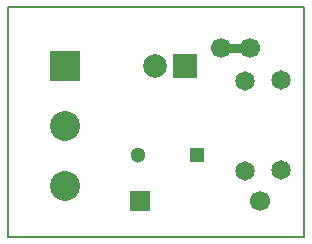
<source format=gbr>
G04 #@! TF.FileFunction,Copper,L1,Top,Signal*
%FSLAX46Y46*%
G04 Gerber Fmt 4.6, Leading zero omitted, Abs format (unit mm)*
G04 Created by KiCad (PCBNEW 4.0.2-stable) date 08/05/2016 13:05:11*
%MOMM*%
G01*
G04 APERTURE LIST*
%ADD10C,0.100000*%
%ADD11C,0.150000*%
%ADD12R,1.300000X1.300000*%
%ADD13C,1.300000*%
%ADD14C,1.699260*%
%ADD15R,1.699260X1.699260*%
%ADD16R,2.000000X2.000000*%
%ADD17C,2.000000*%
%ADD18R,2.540000X2.540000*%
%ADD19C,2.540000*%
%ADD20C,1.651000*%
%ADD21C,1.700000*%
%ADD22C,0.800000*%
G04 APERTURE END LIST*
D10*
D11*
X150000000Y-111500000D02*
X151500000Y-111500000D01*
X154000000Y-111500000D02*
X150000000Y-111500000D01*
X151000000Y-111500000D02*
X154000000Y-111500000D01*
X154000000Y-92000000D02*
X154000000Y-111500000D01*
X129000000Y-92000000D02*
X154000000Y-92000000D01*
X129000000Y-93500000D02*
X129000000Y-92000000D01*
X129000000Y-111500000D02*
X151000000Y-111500000D01*
X129000000Y-93500000D02*
X129000000Y-111500000D01*
D12*
X145000000Y-104500000D03*
D13*
X140000000Y-104500000D03*
D14*
X150300520Y-108447460D03*
D15*
X140140520Y-108447460D03*
D16*
X144000000Y-97000000D03*
D17*
X141460000Y-97000000D03*
D18*
X133790000Y-97020000D03*
D19*
X133790000Y-102100000D03*
X133790000Y-107180000D03*
D20*
X149030000Y-105910000D03*
X149030000Y-98290000D03*
X152075001Y-98190000D03*
X152075001Y-105810000D03*
D21*
X149500000Y-95500000D03*
X147000000Y-95500000D03*
D22*
X147000000Y-95500000D02*
X149500000Y-95500000D01*
M02*

</source>
